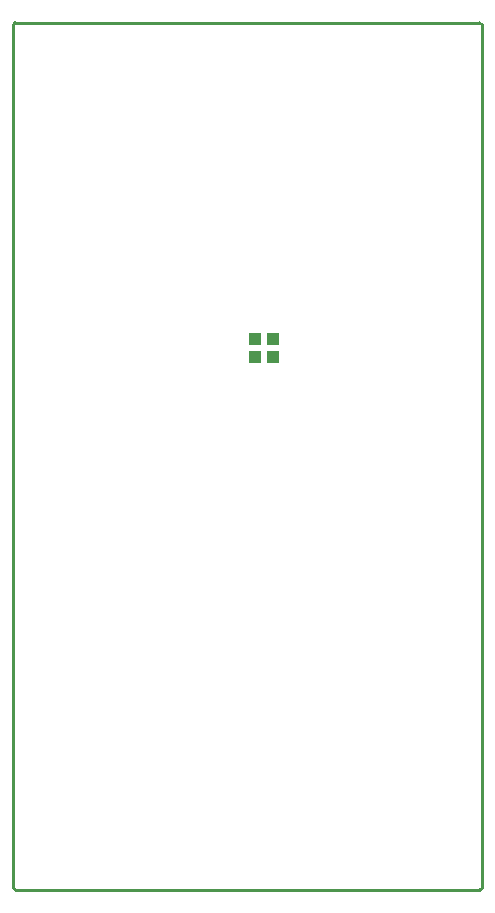
<source format=gbp>
G04*
G04 #@! TF.GenerationSoftware,Altium Limited,CircuitMaker,2.2.1 (2.2.1.6)*
G04*
G04 Layer_Color=16770453*
%FSLAX25Y25*%
%MOIN*%
G70*
G04*
G04 #@! TF.SameCoordinates,3F80FBB2-A1F2-450A-AE04-FF917F864492*
G04*
G04*
G04 #@! TF.FilePolarity,Positive*
G04*
G01*
G75*
%ADD11C,0.01000*%
%ADD21R,0.04134X0.03937*%
D11*
X184100Y356000D02*
G03*
X183600Y356500I-500J0D01*
G01*
X184100Y356000D02*
G03*
X183600Y356500I-500J0D01*
G01*
Y67500D02*
G03*
X184100Y68000I0J500D01*
G01*
X183600Y67500D02*
G03*
X184100Y68000I0J500D01*
G01*
X28500Y356500D02*
G03*
X28000Y356000I0J-500D01*
G01*
X28500Y356500D02*
G03*
X28000Y356000I0J-500D01*
G01*
Y68000D02*
G03*
X28500Y67500I500J0D01*
G01*
X28000Y68000D02*
G03*
X28500Y67500I500J0D01*
G01*
X184100Y68000D02*
Y356000D01*
X28500Y356500D02*
X183600D01*
X28500Y67500D02*
X183600D01*
X28000Y68000D02*
Y356000D01*
D21*
X114453Y245000D02*
D03*
X108547D02*
D03*
Y251000D02*
D03*
X114453D02*
D03*
M02*

</source>
